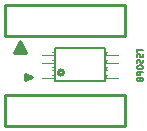
<source format=gbo>
G04 (created by PCBNEW (2013-01-21 BZR 3918)-testing) date Wed 23 Jan 2013 07:37:05 PM CET*
%MOIN*%
G04 Gerber Fmt 3.4, Leading zero omitted, Abs format*
%FSLAX34Y34*%
G01*
G70*
G90*
G04 APERTURE LIST*
%ADD10C,0.00393701*%
%ADD11C,0.005*%
%ADD12C,0.01*%
%ADD13C,0.0026*%
%ADD14C,0.008*%
%ADD15R,0.06X0.06*%
%ADD16C,0.06*%
%ADD17R,0.0472X0.0137*%
G04 APERTURE END LIST*
G54D10*
G54D11*
X58330Y-39102D02*
X58330Y-39216D01*
X58530Y-39159D02*
X58330Y-39159D01*
X58521Y-39273D02*
X58530Y-39302D01*
X58530Y-39350D01*
X58521Y-39369D01*
X58511Y-39378D01*
X58492Y-39388D01*
X58473Y-39388D01*
X58454Y-39378D01*
X58445Y-39369D01*
X58435Y-39350D01*
X58426Y-39311D01*
X58416Y-39292D01*
X58407Y-39283D01*
X58388Y-39273D01*
X58369Y-39273D01*
X58350Y-39283D01*
X58340Y-39292D01*
X58330Y-39311D01*
X58330Y-39359D01*
X58340Y-39388D01*
X58521Y-39464D02*
X58530Y-39492D01*
X58530Y-39540D01*
X58521Y-39559D01*
X58511Y-39569D01*
X58492Y-39578D01*
X58473Y-39578D01*
X58454Y-39569D01*
X58445Y-39559D01*
X58435Y-39540D01*
X58426Y-39502D01*
X58416Y-39483D01*
X58407Y-39473D01*
X58388Y-39464D01*
X58369Y-39464D01*
X58350Y-39473D01*
X58340Y-39483D01*
X58330Y-39502D01*
X58330Y-39550D01*
X58340Y-39578D01*
X58330Y-39702D02*
X58330Y-39740D01*
X58340Y-39759D01*
X58359Y-39778D01*
X58397Y-39788D01*
X58464Y-39788D01*
X58502Y-39778D01*
X58521Y-39759D01*
X58530Y-39740D01*
X58530Y-39702D01*
X58521Y-39683D01*
X58502Y-39664D01*
X58464Y-39654D01*
X58397Y-39654D01*
X58359Y-39664D01*
X58340Y-39683D01*
X58330Y-39702D01*
X58530Y-39873D02*
X58330Y-39873D01*
X58330Y-39950D01*
X58340Y-39969D01*
X58350Y-39978D01*
X58369Y-39988D01*
X58397Y-39988D01*
X58416Y-39978D01*
X58426Y-39969D01*
X58435Y-39950D01*
X58435Y-39873D01*
X58416Y-40102D02*
X58407Y-40083D01*
X58397Y-40073D01*
X58378Y-40064D01*
X58369Y-40064D01*
X58350Y-40073D01*
X58340Y-40083D01*
X58330Y-40102D01*
X58330Y-40140D01*
X58340Y-40159D01*
X58350Y-40169D01*
X58369Y-40178D01*
X58378Y-40178D01*
X58397Y-40169D01*
X58407Y-40159D01*
X58416Y-40140D01*
X58416Y-40102D01*
X58426Y-40083D01*
X58435Y-40073D01*
X58454Y-40064D01*
X58492Y-40064D01*
X58511Y-40073D01*
X58521Y-40083D01*
X58530Y-40102D01*
X58530Y-40140D01*
X58521Y-40159D01*
X58511Y-40169D01*
X58492Y-40178D01*
X58454Y-40178D01*
X58435Y-40169D01*
X58426Y-40159D01*
X58416Y-40140D01*
G54D12*
X53930Y-40640D02*
X57920Y-40640D01*
X53930Y-41690D02*
X53930Y-40640D01*
X57920Y-41690D02*
X53930Y-41690D01*
X57920Y-40640D02*
X57920Y-41690D01*
X57920Y-37640D02*
X53930Y-37640D01*
X57920Y-38690D02*
X57920Y-37640D01*
X53930Y-38690D02*
X57920Y-38690D01*
X53930Y-37640D02*
X53930Y-38690D01*
X54410Y-38980D02*
X54320Y-39250D01*
X54540Y-39250D02*
X54410Y-38980D01*
X54430Y-38840D02*
X54420Y-39250D01*
X54630Y-39250D02*
X54430Y-38840D01*
X54230Y-39250D02*
X54630Y-39250D01*
X54430Y-38840D02*
X54230Y-39250D01*
X54830Y-40040D02*
X54580Y-40140D01*
X54580Y-40140D02*
X54580Y-39940D01*
X54580Y-39940D02*
X54830Y-40040D01*
X54830Y-40040D02*
X54580Y-40040D01*
G54D13*
X55171Y-39974D02*
X55564Y-39974D01*
X55564Y-39974D02*
X55564Y-40073D01*
X55171Y-40073D02*
X55564Y-40073D01*
X55171Y-39974D02*
X55171Y-40073D01*
X55171Y-39718D02*
X55564Y-39718D01*
X55564Y-39718D02*
X55564Y-39817D01*
X55171Y-39817D02*
X55564Y-39817D01*
X55171Y-39718D02*
X55171Y-39817D01*
X55171Y-39463D02*
X55564Y-39463D01*
X55564Y-39463D02*
X55564Y-39562D01*
X55171Y-39562D02*
X55564Y-39562D01*
X55171Y-39463D02*
X55171Y-39562D01*
X55171Y-39207D02*
X55564Y-39207D01*
X55564Y-39207D02*
X55564Y-39306D01*
X55171Y-39306D02*
X55564Y-39306D01*
X55171Y-39207D02*
X55171Y-39306D01*
X57296Y-39207D02*
X57689Y-39207D01*
X57689Y-39207D02*
X57689Y-39306D01*
X57296Y-39306D02*
X57689Y-39306D01*
X57296Y-39207D02*
X57296Y-39306D01*
X57296Y-39463D02*
X57689Y-39463D01*
X57689Y-39463D02*
X57689Y-39562D01*
X57296Y-39562D02*
X57689Y-39562D01*
X57296Y-39463D02*
X57296Y-39562D01*
X57296Y-39718D02*
X57689Y-39718D01*
X57689Y-39718D02*
X57689Y-39817D01*
X57296Y-39817D02*
X57689Y-39817D01*
X57296Y-39718D02*
X57296Y-39817D01*
X57296Y-39974D02*
X57689Y-39974D01*
X57689Y-39974D02*
X57689Y-40073D01*
X57296Y-40073D02*
X57689Y-40073D01*
X57296Y-39974D02*
X57296Y-40073D01*
G54D14*
X55584Y-39089D02*
X57276Y-39089D01*
X57276Y-39089D02*
X57276Y-40191D01*
X57276Y-40191D02*
X55584Y-40191D01*
X55584Y-40191D02*
X55584Y-39089D01*
G54D12*
X55880Y-39895D02*
G75*
G03X55880Y-39895I-89J0D01*
G74*
G01*
%LPC*%
G54D15*
X54430Y-41140D03*
G54D16*
X55430Y-41140D03*
X56430Y-41140D03*
X57430Y-41140D03*
X58430Y-41140D03*
X58430Y-38140D03*
X57430Y-38140D03*
X56430Y-38140D03*
X55430Y-38140D03*
G54D15*
X54430Y-38140D03*
X56430Y-39640D03*
G54D17*
X55279Y-40023D03*
X55279Y-39767D03*
X55279Y-39513D03*
X55279Y-39257D03*
X57581Y-39257D03*
X57581Y-39513D03*
X57581Y-39767D03*
X57581Y-40023D03*
G54D15*
X56430Y-39640D03*
M02*

</source>
